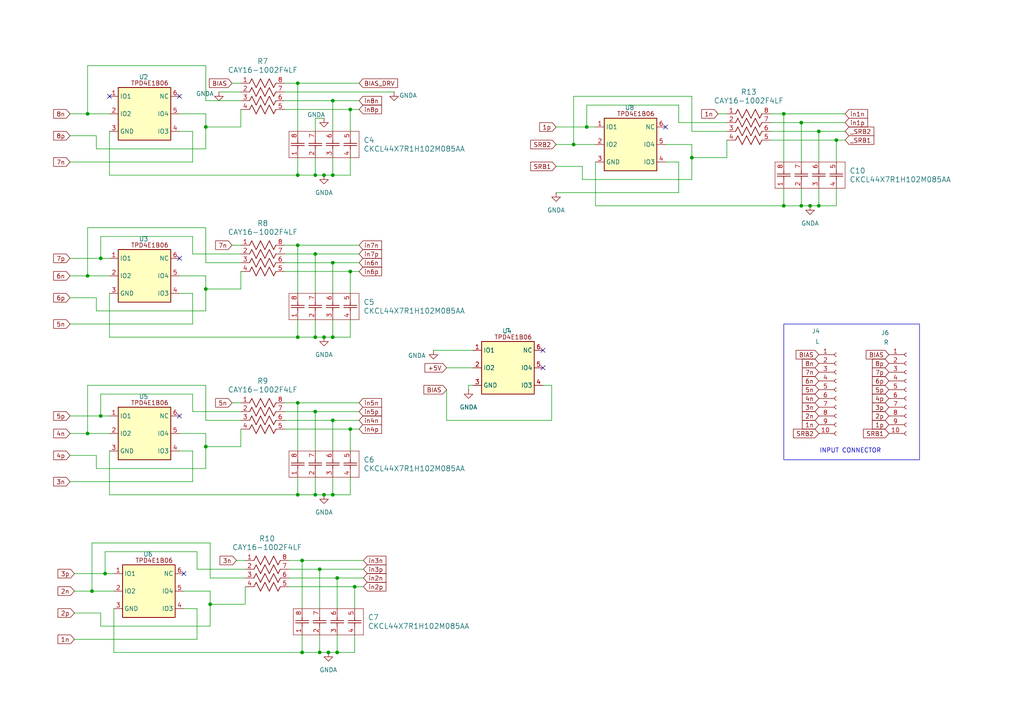
<source format=kicad_sch>
(kicad_sch (version 20231120) (generator "eeschema") (generator_version "8.0")
  (paper "A4")
  (lib_symbols
    (symbol "Added_Comp:TPD4E1B06" (pin_names (offset 0.5))
      (property "Reference" "U" (at 0 0 0))
      (symbol "TPD4E1B06_0_1"
        (rectangle (start -7.62 7.62) (end 7.62 -7.62) (stroke (width 0.254)) (fill (type background)))
      )
      (symbol "TPD4E1B06_1_1"
        (text "TPD4E1B06" (at 1.524 8.89 0) (effects (font (size 1.27 1.27))))
        (pin passive line (at -10.16 5.08 0) (length 2.54) (name "IO1") (number "1"))
        (pin passive line (at -10.16 0 0) (length 2.54) (name "IO2") (number "2"))
        (pin power_in line (at -10.16 -5.08 0) (length 2.54) (name "GND") (number "3"))
        (pin passive line (at 10.16 -5.08 180) (length 2.54) (name "IO3") (number "4"))
        (pin passive line (at 10.16 0 180) (length 2.54) (name "IO4") (number "5"))
        (pin free line (at 10.16 5.08 180) (length 2.54) (name "NC") (number "6"))
      )
    )
    (symbol "Connector:Conn_01x10_Socket" (pin_names (offset 1.016) hide)
      (property "Reference" "J" (at 0 12.7 0))
      (property "Value" "Conn_01x10_Socket" (at 0 -15.24 0))
      (symbol "Conn_01x10_Socket_1_1"
        (arc (start 0 -12.192) (mid -0.5058 -12.7) (end 0 -13.208) (stroke (width 0.1524)))
        (arc (start 0 -9.652) (mid -0.5058 -10.16) (end 0 -10.668) (stroke (width 0.1524)))
        (arc (start 0 -7.112) (mid -0.5058 -7.62) (end 0 -8.128) (stroke (width 0.1524)))
        (arc (start 0 -4.572) (mid -0.5058 -5.08) (end 0 -5.588) (stroke (width 0.1524)))
        (arc (start 0 -2.032) (mid -0.5058 -2.54) (end 0 -3.048) (stroke (width 0.1524)))
        (polyline (pts (xy -1.27 -12.7) (xy -0.508 -12.7)) (stroke (width 0.1524)))
        (polyline (pts (xy -1.27 -10.16) (xy -0.508 -10.16)) (stroke (width 0.1524)))
        (polyline (pts (xy -1.27 -7.62) (xy -0.508 -7.62)) (stroke (width 0.1524)))
        (polyline (pts (xy -1.27 -5.08) (xy -0.508 -5.08)) (stroke (width 0.1524)))
        (polyline (pts (xy -1.27 -2.54) (xy -0.508 -2.54)) (stroke (width 0.1524)))
        (polyline (pts (xy -1.27 0) (xy -0.508 0)) (stroke (width 0.1524)))
        (polyline (pts (xy -1.27 2.54) (xy -0.508 2.54)) (stroke (width 0.1524)))
        (polyline (pts (xy -1.27 5.08) (xy -0.508 5.08)) (stroke (width 0.1524)))
        (polyline (pts (xy -1.27 7.62) (xy -0.508 7.62)) (stroke (width 0.1524)))
        (polyline (pts (xy -1.27 10.16) (xy -0.508 10.16)) (stroke (width 0.1524)))
        (arc (start 0 0.508) (mid -0.5058 0) (end 0 -0.508) (stroke (width 0.1524)))
        (arc (start 0 3.048) (mid -0.5058 2.54) (end 0 2.032) (stroke (width 0.1524)))
        (arc (start 0 5.588) (mid -0.5058 5.08) (end 0 4.572) (stroke (width 0.1524)))
        (arc (start 0 8.128) (mid -0.5058 7.62) (end 0 7.112) (stroke (width 0.1524)))
        (arc (start 0 10.668) (mid -0.5058 10.16) (end 0 9.652) (stroke (width 0.1524)))
        (pin passive line (at -5.08 10.16 0) (length 3.81) (name "Pin_1") (number "1"))
        (pin passive line (at -5.08 -12.7 0) (length 3.81) (name "Pin_10") (number "10"))
        (pin passive line (at -5.08 7.62 0) (length 3.81) (name "Pin_2") (number "2"))
        (pin passive line (at -5.08 5.08 0) (length 3.81) (name "Pin_3") (number "3"))
        (pin passive line (at -5.08 2.54 0) (length 3.81) (name "Pin_4") (number "4"))
        (pin passive line (at -5.08 0 0) (length 3.81) (name "Pin_5") (number "5"))
        (pin passive line (at -5.08 -2.54 0) (length 3.81) (name "Pin_6") (number "6"))
        (pin passive line (at -5.08 -5.08 0) (length 3.81) (name "Pin_7") (number "7"))
        (pin passive line (at -5.08 -7.62 0) (length 3.81) (name "Pin_8") (number "8"))
        (pin passive line (at -5.08 -10.16 0) (length 3.81) (name "Pin_9") (number "9"))
      )
    )
    (symbol "Device:CAY16-1002F4LF" (pin_names (offset 0.254))
      (property "Reference" "R" (at 7.62 2.54 0))
      (property "Value" "CAY16-1002F4LF" (at 5.08 -10.16 0))
      (symbol "CAY16-1002F4LF_0_1"
        (polyline (pts (xy 2.54 -7.62) (xy 3.175 -6.35)) (stroke (width 0.2032)))
        (polyline (pts (xy 2.54 -5.08) (xy 3.175 -3.81)) (stroke (width 0.2032)))
        (polyline (pts (xy 2.54 -2.54) (xy 3.175 -1.27)) (stroke (width 0.2032)))
        (polyline (pts (xy 2.54 0) (xy 3.175 1.27)) (stroke (width 0.2032)))
        (polyline (pts (xy 3.175 -6.35) (xy 4.445 -8.89)) (stroke (width 0.2032)))
        (polyline (pts (xy 3.175 -3.81) (xy 4.445 -6.35)) (stroke (width 0.2032)))
        (polyline (pts (xy 3.175 -1.27) (xy 4.445 -3.81)) (stroke (width 0.2032)))
        (polyline (pts (xy 3.175 1.27) (xy 4.445 -1.27)) (stroke (width 0.2032)))
        (polyline (pts (xy 4.445 -8.89) (xy 5.715 -6.35)) (stroke (width 0.2032)))
        (polyline (pts (xy 4.445 -6.35) (xy 5.715 -3.81)) (stroke (width 0.2032)))
        (polyline (pts (xy 4.445 -3.81) (xy 5.715 -1.27)) (stroke (width 0.2032)))
        (polyline (pts (xy 4.445 -1.27) (xy 5.715 1.27)) (stroke (width 0.2032)))
        (polyline (pts (xy 5.715 -6.35) (xy 6.985 -8.89)) (stroke (width 0.2032)))
        (polyline (pts (xy 5.715 -3.81) (xy 6.985 -6.35)) (stroke (width 0.2032)))
        (polyline (pts (xy 5.715 -1.27) (xy 6.985 -3.81)) (stroke (width 0.2032)))
        (polyline (pts (xy 5.715 1.27) (xy 6.985 -1.27)) (stroke (width 0.2032)))
        (polyline (pts (xy 6.985 -8.89) (xy 8.255 -6.35)) (stroke (width 0.2032)))
        (polyline (pts (xy 6.985 -6.35) (xy 8.255 -3.81)) (stroke (width 0.2032)))
        (polyline (pts (xy 6.985 -3.81) (xy 8.255 -1.27)) (stroke (width 0.2032)))
        (polyline (pts (xy 6.985 -1.27) (xy 8.255 1.27)) (stroke (width 0.2032)))
        (polyline (pts (xy 8.255 -6.35) (xy 9.525 -8.89)) (stroke (width 0.2032)))
        (polyline (pts (xy 8.255 -3.81) (xy 9.525 -6.35)) (stroke (width 0.2032)))
        (polyline (pts (xy 8.255 -1.27) (xy 9.525 -3.81)) (stroke (width 0.2032)))
        (polyline (pts (xy 8.255 1.27) (xy 9.525 -1.27)) (stroke (width 0.2032)))
        (polyline (pts (xy 9.525 -8.89) (xy 10.16 -7.62)) (stroke (width 0.2032)))
        (polyline (pts (xy 9.525 -6.35) (xy 10.16 -5.08)) (stroke (width 0.2032)))
        (polyline (pts (xy 9.525 -3.81) (xy 10.16 -2.54)) (stroke (width 0.2032)))
        (polyline (pts (xy 9.525 -1.27) (xy 10.16 0)) (stroke (width 0.2032)))
        (pin unspecified line (at 0 0 0) (length 2.54) (name "") (number "1"))
        (pin unspecified line (at 0 -2.54 0) (length 2.54) (name "") (number "2"))
        (pin unspecified line (at 0 -5.08 0) (length 2.54) (name "") (number "3"))
        (pin unspecified line (at 0 -7.62 0) (length 2.54) (name "") (number "4"))
        (pin unspecified line (at 12.7 -7.62 180) (length 2.54) (name "") (number "5"))
        (pin unspecified line (at 12.7 -5.08 180) (length 2.54) (name "") (number "6"))
        (pin unspecified line (at 12.7 -2.54 180) (length 2.54) (name "") (number "7"))
        (pin unspecified line (at 12.7 0 180) (length 2.54) (name "") (number "8"))
      )
    )
    (symbol "Device:CKCL44X7R1H102M085AA" (pin_names (offset 0.254))
      (property "Reference" "C" (at -7.62 10.16 0))
      (property "Value" "CKCL44X7R1H102M085AA" (at -7.62 6.985 0))
      (symbol "CKCL44X7R1H102M085AA_0_1"
        (polyline (pts (xy -2.54 -7.62) (xy -2.54 0)) (stroke (width 0.127)))
        (polyline (pts (xy -2.54 0) (xy 17.78 0)) (stroke (width 0.127)))
        (polyline (pts (xy 0 -4.1148) (xy 0 -5.08)) (stroke (width 0.2032)))
        (polyline (pts (xy 0 -2.54) (xy 0 -3.4798)) (stroke (width 0.2032)))
        (polyline (pts (xy 1.905 -4.1148) (xy -1.905 -4.1148)) (stroke (width 0.2032)))
        (polyline (pts (xy 1.905 -3.4798) (xy -1.905 -3.4798)) (stroke (width 0.2032)))
        (polyline (pts (xy 5.08 -4.1148) (xy 5.08 -5.08)) (stroke (width 0.2032)))
        (polyline (pts (xy 5.08 -2.54) (xy 5.08 -3.4798)) (stroke (width 0.2032)))
        (polyline (pts (xy 6.985 -4.1148) (xy 3.175 -4.1148)) (stroke (width 0.2032)))
        (polyline (pts (xy 6.985 -3.4798) (xy 3.175 -3.4798)) (stroke (width 0.2032)))
        (polyline (pts (xy 10.16 -4.1148) (xy 10.16 -5.08)) (stroke (width 0.2032)))
        (polyline (pts (xy 10.16 -2.54) (xy 10.16 -3.4798)) (stroke (width 0.2032)))
        (polyline (pts (xy 12.065 -4.1148) (xy 8.255 -4.1148)) (stroke (width 0.2032)))
        (polyline (pts (xy 12.065 -3.4798) (xy 8.255 -3.4798)) (stroke (width 0.2032)))
        (polyline (pts (xy 15.24 -4.1148) (xy 15.24 -5.08)) (stroke (width 0.2032)))
        (polyline (pts (xy 15.24 -2.54) (xy 15.24 -3.4798)) (stroke (width 0.2032)))
        (polyline (pts (xy 17.145 -4.1148) (xy 13.335 -4.1148)) (stroke (width 0.2032)))
        (polyline (pts (xy 17.145 -3.4798) (xy 13.335 -3.4798)) (stroke (width 0.2032)))
        (polyline (pts (xy 17.78 -7.62) (xy -2.54 -7.62)) (stroke (width 0.127)))
        (polyline (pts (xy 17.78 -7.62) (xy 17.78 0)) (stroke (width 0.127)))
        (pin unspecified line (at 0 -7.62 90) (length 2.54) (name "") (number "1"))
        (pin unspecified line (at 5.08 -7.62 90) (length 2.54) (name "") (number "2"))
        (pin unspecified line (at 10.16 -7.62 90) (length 2.54) (name "") (number "3"))
        (pin unspecified line (at 15.24 -7.62 90) (length 2.54) (name "") (number "4"))
        (pin unspecified line (at 15.24 0 270) (length 2.54) (name "") (number "5"))
        (pin unspecified line (at 10.16 0 270) (length 2.54) (name "") (number "6"))
        (pin unspecified line (at 5.08 0 270) (length 2.54) (name "") (number "7"))
        (pin unspecified line (at 0 0 270) (length 2.54) (name "") (number "8"))
      )
    )
    (symbol "power:GNDA" (power) (pin_numbers hide) (pin_names (offset 0) hide)
      (property "Value" "GNDA" (at 0 -3.81 0))
      (symbol "GNDA_0_1"
        (polyline (pts (xy 0 0) (xy 0 -1.27) (xy 1.27 -1.27) (xy 0 -2.54) (xy -1.27 -1.27) (xy 0 -1.27)))
      )
      (symbol "GNDA_1_1"
        (pin power_in line (at 0 0 270) (length 0) (name "~") (number "1"))
      )
    )
  )
  (junction (at 97.79 167.64))
  (junction (at 97.79 189.23))
  (junction (at 96.52 121.92))
  (junction (at 86.36 24.13))
  (junction (at 87.63 162.56))
  (junction (at 92.71 165.1))
  (junction (at 59.69 36.83))
  (junction (at 87.63 189.23))
  (junction (at 30.48 166.37))
  (junction (at 86.36 50.8))
  (junction (at 237.49 59.69))
  (junction (at 200.66 45.72))
  (junction (at 25.4 80.01))
  (junction (at 25.4 125.73))
  (junction (at 92.71 189.23))
  (junction (at 101.6 31.75))
  (junction (at 242.57 40.64))
  (junction (at 93.98 50.8))
  (junction (at 96.52 97.79))
  (junction (at 93.98 143.51))
  (junction (at 102.87 170.18))
  (junction (at 86.36 143.51))
  (junction (at 101.6 78.74))
  (junction (at 91.44 50.8))
  (junction (at 91.44 143.51))
  (junction (at 93.98 97.79))
  (junction (at 237.49 38.1))
  (junction (at 86.36 71.12))
  (junction (at 25.4 33.02))
  (junction (at 232.41 59.69))
  (junction (at 96.52 76.2))
  (junction (at 86.36 97.79))
  (junction (at 59.69 83.82))
  (junction (at 101.6 124.46))
  (junction (at 166.37 41.91))
  (junction (at 91.44 73.66))
  (junction (at 96.52 50.8))
  (junction (at 26.67 171.45))
  (junction (at 91.44 97.79))
  (junction (at 95.25 189.23))
  (junction (at 227.33 59.69))
  (junction (at 59.69 129.54))
  (junction (at 232.41 35.56))
  (junction (at 91.44 119.38))
  (junction (at 170.18 36.83))
  (junction (at 60.96 175.26))
  (junction (at 29.21 120.65))
  (junction (at 29.21 74.93))
  (junction (at 96.52 29.21))
  (junction (at 227.33 33.02))
  (junction (at 234.95 59.69))
  (junction (at 96.52 143.51))
  (junction (at 86.36 116.84))
  (no_connect (at 53.34 166.37))
  (no_connect (at 157.48 101.6))
  (no_connect (at 31.75 27.94))
  (no_connect (at 52.07 27.94))
  (no_connect (at 157.48 106.68))
  (no_connect (at 52.07 74.93))
  (no_connect (at 52.07 120.65))
  (no_connect (at 193.04 36.83))
  (wire (pts (xy 96.52 50.8) (xy 93.98 50.8)))
  (wire (pts (xy 101.6 130.81) (xy 101.6 124.46)))
  (wire (pts (xy 30.48 160.02) (xy 57.15 160.02)))
  (wire (pts (xy 114.3 26.67) (xy 82.55 26.67)))
  (wire (pts (xy 237.49 54.61) (xy 237.49 59.69)))
  (wire (pts (xy 21.59 177.8) (xy 29.21 177.8)))
  (wire (pts (xy 86.36 92.71) (xy 86.36 97.79)))
  (wire (pts (xy 86.36 116.84) (xy 104.14 116.84)))
  (wire (pts (xy 101.6 78.74) (xy 104.14 78.74)))
  (wire (pts (xy 27.94 135.89) (xy 59.69 135.89)))
  (wire (pts (xy 31.75 120.65) (xy 29.21 120.65)))
  (wire (pts (xy 59.69 129.54) (xy 59.69 125.73)))
  (wire (pts (xy 20.32 86.36) (xy 27.94 86.36)))
  (wire (pts (xy 91.44 97.79) (xy 93.98 97.79)))
  (wire (pts (xy 31.75 97.79) (xy 86.36 97.79)))
  (wire (pts (xy 27.94 43.18) (xy 59.69 43.18)))
  (wire (pts (xy 29.21 181.61) (xy 60.96 181.61)))
  (wire (pts (xy 104.14 76.2) (xy 96.52 76.2)))
  (wire (pts (xy 237.49 46.99) (xy 237.49 38.1)))
  (wire (pts (xy 31.75 143.51) (xy 86.36 143.51)))
  (wire (pts (xy 168.91 48.26) (xy 168.91 52.07)))
  (wire (pts (xy 245.11 38.1) (xy 237.49 38.1)))
  (wire (pts (xy 87.63 162.56) (xy 105.41 162.56)))
  (wire (pts (xy 96.52 130.81) (xy 96.52 121.92)))
  (wire (pts (xy 101.6 85.09) (xy 101.6 78.74)))
  (wire (pts (xy 69.85 83.82) (xy 59.69 83.82)))
  (wire (pts (xy 196.85 30.48) (xy 196.85 35.56)))
  (wire (pts (xy 59.69 36.83) (xy 59.69 33.02)))
  (wire (pts (xy 20.32 139.7) (xy 55.88 139.7)))
  (wire (pts (xy 60.96 171.45) (xy 53.34 171.45)))
  (wire (pts (xy 97.79 176.53) (xy 97.79 167.64)))
  (wire (pts (xy 91.44 34.29) (xy 93.98 34.29)))
  (wire (pts (xy 86.36 143.51) (xy 91.44 143.51)))
  (wire (pts (xy 27.94 132.08) (xy 27.94 135.89)))
  (wire (pts (xy 59.69 125.73) (xy 52.07 125.73)))
  (wire (pts (xy 96.52 76.2) (xy 82.55 76.2)))
  (wire (pts (xy 86.36 38.1) (xy 86.36 24.13)))
  (wire (pts (xy 26.67 157.48) (xy 60.96 157.48)))
  (wire (pts (xy 172.72 46.99) (xy 172.72 59.69)))
  (wire (pts (xy 170.18 36.83) (xy 170.18 30.48)))
  (wire (pts (xy 59.69 83.82) (xy 59.69 80.01)))
  (wire (pts (xy 129.54 113.03) (xy 129.54 121.92)))
  (wire (pts (xy 69.85 78.74) (xy 69.85 83.82)))
  (wire (pts (xy 86.36 130.81) (xy 86.36 116.84)))
  (wire (pts (xy 20.32 132.08) (xy 27.94 132.08)))
  (wire (pts (xy 91.44 119.38) (xy 82.55 119.38)))
  (wire (pts (xy 87.63 184.15) (xy 87.63 189.23)))
  (wire (pts (xy 31.75 85.09) (xy 31.75 97.79)))
  (wire (pts (xy 172.72 36.83) (xy 170.18 36.83)))
  (wire (pts (xy 96.52 143.51) (xy 93.98 143.51)))
  (wire (pts (xy 208.28 33.02) (xy 210.82 33.02)))
  (wire (pts (xy 27.94 90.17) (xy 59.69 90.17)))
  (wire (pts (xy 104.14 121.92) (xy 96.52 121.92)))
  (wire (pts (xy 242.57 46.99) (xy 242.57 40.64)))
  (wire (pts (xy 71.12 170.18) (xy 71.12 175.26)))
  (wire (pts (xy 101.6 143.51) (xy 96.52 143.51)))
  (wire (pts (xy 86.36 50.8) (xy 91.44 50.8)))
  (wire (pts (xy 21.59 185.42) (xy 57.15 185.42)))
  (wire (pts (xy 91.44 130.81) (xy 91.44 119.38)))
  (wire (pts (xy 86.36 24.13) (xy 82.55 24.13)))
  (wire (pts (xy 97.79 184.15) (xy 97.79 189.23)))
  (wire (pts (xy 26.67 171.45) (xy 26.67 157.48)))
  (wire (pts (xy 59.69 90.17) (xy 59.69 83.82)))
  (wire (pts (xy 242.57 54.61) (xy 242.57 59.69)))
  (wire (pts (xy 59.69 80.01) (xy 52.07 80.01)))
  (wire (pts (xy 102.87 170.18) (xy 105.41 170.18)))
  (wire (pts (xy 129.54 121.92) (xy 160.02 121.92)))
  (wire (pts (xy 52.07 130.81) (xy 55.88 130.81)))
  (wire (pts (xy 69.85 36.83) (xy 59.69 36.83)))
  (wire (pts (xy 104.14 29.21) (xy 96.52 29.21)))
  (wire (pts (xy 59.69 121.92) (xy 69.85 121.92)))
  (wire (pts (xy 101.6 38.1) (xy 101.6 31.75)))
  (wire (pts (xy 232.41 54.61) (xy 232.41 59.69)))
  (wire (pts (xy 96.52 45.72) (xy 96.52 50.8)))
  (wire (pts (xy 227.33 54.61) (xy 227.33 59.69)))
  (wire (pts (xy 135.89 111.76) (xy 135.89 113.03)))
  (wire (pts (xy 96.52 121.92) (xy 82.55 121.92)))
  (wire (pts (xy 92.71 189.23) (xy 95.25 189.23)))
  (wire (pts (xy 59.69 111.76) (xy 59.69 121.92)))
  (wire (pts (xy 82.55 78.74) (xy 101.6 78.74)))
  (wire (pts (xy 237.49 38.1) (xy 223.52 38.1)))
  (wire (pts (xy 52.07 38.1) (xy 55.88 38.1)))
  (wire (pts (xy 200.66 38.1) (xy 210.82 38.1)))
  (wire (pts (xy 31.75 50.8) (xy 86.36 50.8)))
  (wire (pts (xy 68.58 162.56) (xy 71.12 162.56)))
  (wire (pts (xy 29.21 68.58) (xy 55.88 68.58)))
  (wire (pts (xy 29.21 74.93) (xy 29.21 68.58)))
  (wire (pts (xy 20.32 39.37) (xy 27.94 39.37)))
  (wire (pts (xy 96.52 38.1) (xy 96.52 29.21)))
  (wire (pts (xy 91.44 143.51) (xy 93.98 143.51)))
  (wire (pts (xy 210.82 40.64) (xy 210.82 45.72)))
  (wire (pts (xy 21.59 171.45) (xy 26.67 171.45)))
  (wire (pts (xy 25.4 80.01) (xy 31.75 80.01)))
  (wire (pts (xy 227.33 59.69) (xy 232.41 59.69)))
  (wire (pts (xy 30.48 166.37) (xy 21.59 166.37)))
  (wire (pts (xy 31.75 74.93) (xy 29.21 74.93)))
  (wire (pts (xy 227.33 33.02) (xy 223.52 33.02)))
  (wire (pts (xy 91.44 73.66) (xy 104.14 73.66)))
  (wire (pts (xy 170.18 30.48) (xy 196.85 30.48)))
  (wire (pts (xy 82.55 31.75) (xy 101.6 31.75)))
  (wire (pts (xy 161.29 48.26) (xy 168.91 48.26)))
  (wire (pts (xy 97.79 189.23) (xy 95.25 189.23)))
  (wire (pts (xy 25.4 125.73) (xy 25.4 111.76)))
  (wire (pts (xy 200.66 45.72) (xy 200.66 41.91)))
  (wire (pts (xy 168.91 52.07) (xy 200.66 52.07)))
  (wire (pts (xy 161.29 41.91) (xy 166.37 41.91)))
  (wire (pts (xy 55.88 85.09) (xy 55.88 93.98)))
  (wire (pts (xy 172.72 59.69) (xy 227.33 59.69)))
  (wire (pts (xy 87.63 176.53) (xy 87.63 162.56)))
  (wire (pts (xy 96.52 92.71) (xy 96.52 97.79)))
  (wire (pts (xy 96.52 138.43) (xy 96.52 143.51)))
  (wire (pts (xy 161.29 55.88) (xy 196.85 55.88)))
  (wire (pts (xy 200.66 27.94) (xy 200.66 38.1)))
  (wire (pts (xy 87.63 189.23) (xy 92.71 189.23)))
  (wire (pts (xy 60.96 167.64) (xy 71.12 167.64)))
  (wire (pts (xy 87.63 162.56) (xy 83.82 162.56)))
  (wire (pts (xy 86.36 138.43) (xy 86.36 143.51)))
  (wire (pts (xy 91.44 73.66) (xy 82.55 73.66)))
  (wire (pts (xy 86.36 85.09) (xy 86.36 71.12)))
  (wire (pts (xy 101.6 124.46) (xy 104.14 124.46)))
  (wire (pts (xy 69.85 31.75) (xy 69.85 36.83)))
  (wire (pts (xy 92.71 184.15) (xy 92.71 189.23)))
  (wire (pts (xy 92.71 165.1) (xy 105.41 165.1)))
  (wire (pts (xy 91.44 50.8) (xy 93.98 50.8)))
  (wire (pts (xy 102.87 189.23) (xy 97.79 189.23)))
  (wire (pts (xy 55.88 68.58) (xy 55.88 73.66)))
  (wire (pts (xy 129.54 106.68) (xy 137.16 106.68)))
  (wire (pts (xy 20.32 33.02) (xy 25.4 33.02)))
  (wire (pts (xy 25.4 33.02) (xy 25.4 19.05)))
  (wire (pts (xy 227.33 33.02) (xy 245.11 33.02)))
  (wire (pts (xy 29.21 74.93) (xy 20.32 74.93)))
  (wire (pts (xy 25.4 66.04) (xy 59.69 66.04)))
  (wire (pts (xy 91.44 92.71) (xy 91.44 97.79)))
  (wire (pts (xy 223.52 40.64) (xy 242.57 40.64)))
  (wire (pts (xy 53.34 176.53) (xy 57.15 176.53)))
  (wire (pts (xy 242.57 40.64) (xy 245.11 40.64)))
  (wire (pts (xy 86.36 71.12) (xy 104.14 71.12)))
  (wire (pts (xy 91.44 85.09) (xy 91.44 73.66)))
  (wire (pts (xy 59.69 29.21) (xy 69.85 29.21)))
  (wire (pts (xy 57.15 165.1) (xy 71.12 165.1)))
  (wire (pts (xy 52.07 85.09) (xy 55.88 85.09)))
  (wire (pts (xy 91.44 38.1) (xy 91.44 34.29)))
  (wire (pts (xy 97.79 167.64) (xy 83.82 167.64)))
  (wire (pts (xy 57.15 160.02) (xy 57.15 165.1)))
  (wire (pts (xy 166.37 41.91) (xy 166.37 27.94)))
  (wire (pts (xy 25.4 111.76) (xy 59.69 111.76)))
  (wire (pts (xy 25.4 125.73) (xy 31.75 125.73)))
  (wire (pts (xy 196.85 35.56) (xy 210.82 35.56)))
  (wire (pts (xy 63.5 26.67) (xy 69.85 26.67)))
  (wire (pts (xy 101.6 92.71) (xy 101.6 97.79)))
  (wire (pts (xy 33.02 176.53) (xy 33.02 189.23)))
  (wire (pts (xy 200.66 41.91) (xy 193.04 41.91)))
  (wire (pts (xy 232.41 46.99) (xy 232.41 35.56)))
  (wire (pts (xy 101.6 50.8) (xy 96.52 50.8)))
  (wire (pts (xy 25.4 80.01) (xy 25.4 66.04)))
  (wire (pts (xy 57.15 176.53) (xy 57.15 185.42)))
  (wire (pts (xy 59.69 43.18) (xy 59.69 36.83)))
  (wire (pts (xy 102.87 176.53) (xy 102.87 170.18)))
  (wire (pts (xy 102.87 184.15) (xy 102.87 189.23)))
  (wire (pts (xy 25.4 19.05) (xy 59.69 19.05)))
  (wire (pts (xy 101.6 97.79) (xy 96.52 97.79)))
  (wire (pts (xy 71.12 175.26) (xy 60.96 175.26)))
  (wire (pts (xy 59.69 19.05) (xy 59.69 29.21)))
  (wire (pts (xy 92.71 165.1) (xy 83.82 165.1)))
  (wire (pts (xy 33.02 189.23) (xy 87.63 189.23)))
  (wire (pts (xy 86.36 71.12) (xy 82.55 71.12)))
  (wire (pts (xy 55.88 38.1) (xy 55.88 46.99)))
  (wire (pts (xy 55.88 73.66) (xy 69.85 73.66)))
  (wire (pts (xy 105.41 167.64) (xy 97.79 167.64)))
  (wire (pts (xy 196.85 46.99) (xy 196.85 55.88)))
  (wire (pts (xy 26.67 171.45) (xy 33.02 171.45)))
  (wire (pts (xy 91.44 45.72) (xy 91.44 50.8)))
  (wire (pts (xy 59.69 66.04) (xy 59.69 76.2)))
  (wire (pts (xy 67.31 24.13) (xy 69.85 24.13)))
  (wire (pts (xy 101.6 31.75) (xy 104.14 31.75)))
  (wire (pts (xy 137.16 111.76) (xy 135.89 111.76)))
  (wire (pts (xy 242.57 59.69) (xy 237.49 59.69)))
  (wire (pts (xy 67.31 71.12) (xy 69.85 71.12)))
  (wire (pts (xy 29.21 120.65) (xy 20.32 120.65)))
  (wire (pts (xy 30.48 166.37) (xy 30.48 160.02)))
  (wire (pts (xy 86.36 97.79) (xy 91.44 97.79)))
  (wire (pts (xy 232.41 59.69) (xy 234.95 59.69)))
  (wire (pts (xy 101.6 45.72) (xy 101.6 50.8)))
  (wire (pts (xy 55.88 114.3) (xy 55.88 119.38)))
  (wire (pts (xy 20.32 125.73) (xy 25.4 125.73)))
  (wire (pts (xy 29.21 114.3) (xy 55.88 114.3)))
  (wire (pts (xy 210.82 45.72) (xy 200.66 45.72)))
  (wire (pts (xy 60.96 181.61) (xy 60.96 175.26)))
  (wire (pts (xy 67.31 116.84) (xy 69.85 116.84)))
  (wire (pts (xy 29.21 120.65) (xy 29.21 114.3)))
  (wire (pts (xy 92.71 176.53) (xy 92.71 165.1)))
  (wire (pts (xy 125.73 101.6) (xy 137.16 101.6)))
  (wire (pts (xy 96.52 97.79) (xy 93.98 97.79)))
  (wire (pts (xy 96.52 85.09) (xy 96.52 76.2)))
  (wire (pts (xy 55.88 130.81) (xy 55.88 139.7)))
  (wire (pts (xy 59.69 135.89) (xy 59.69 129.54)))
  (wire (pts (xy 20.32 93.98) (xy 55.88 93.98)))
  (wire (pts (xy 232.41 35.56) (xy 223.52 35.56)))
  (wire (pts (xy 200.66 52.07) (xy 200.66 45.72)))
  (wire (pts (xy 69.85 124.46) (xy 69.85 129.54)))
  (wire (pts (xy 60.96 157.48) (xy 60.96 167.64)))
  (wire (pts (xy 31.75 130.81) (xy 31.75 143.51)))
  (wire (pts (xy 237.49 59.69) (xy 234.95 59.69)))
  (wire (pts (xy 59.69 76.2) (xy 69.85 76.2)))
  (wire (pts (xy 69.85 129.54) (xy 59.69 129.54)))
  (wire (pts (xy 166.37 41.91) (xy 172.72 41.91)))
  (wire (pts (xy 27.94 39.37) (xy 27.94 43.18)))
  (wire (pts (xy 160.02 111.76) (xy 157.48 111.76)))
  (wire (pts (xy 86.36 45.72) (xy 86.36 50.8)))
  (wire (pts (xy 232.41 35.56) (xy 245.11 35.56)))
  (wire (pts (xy 31.75 38.1) (xy 31.75 50.8)))
  (wire (pts (xy 82.55 124.46) (xy 101.6 124.46)))
  (wire (pts (xy 83.82 170.18) (xy 102.87 170.18)))
  (wire (pts (xy 20.32 46.99) (xy 55.88 46.99)))
  (wire (pts (xy 86.36 116.84) (xy 82.55 116.84)))
  (wire (pts (xy 166.37 27.94) (xy 200.66 27.94)))
  (wire (pts (xy 25.4 33.02) (xy 31.75 33.02)))
  (wire (pts (xy 60.96 175.26) (xy 60.96 171.45)))
  (wire (pts (xy 101.6 138.43) (xy 101.6 143.51)))
  (wire (pts (xy 227.33 46.99) (xy 227.33 33.02)))
  (wire (pts (xy 104.14 24.13) (xy 86.36 24.13)))
  (wire (pts (xy 96.52 29.21) (xy 82.55 29.21)))
  (wire (pts (xy 193.04 46.99) (xy 196.85 46.99)))
  (wire (pts (xy 170.18 36.83) (xy 161.29 36.83)))
  (wire (pts (xy 59.69 33.02) (xy 52.07 33.02)))
  (wire (pts (xy 20.32 80.01) (xy 25.4 80.01)))
  (wire (pts (xy 91.44 138.43) (xy 91.44 143.51)))
  (wire (pts (xy 27.94 86.36) (xy 27.94 90.17)))
  (wire (pts (xy 33.02 166.37) (xy 30.48 166.37)))
  (wire (pts (xy 91.44 119.38) (xy 104.14 119.38)))
  (wire (pts (xy 160.02 121.92) (xy 160.02 111.76)))
  (wire (pts (xy 29.21 177.8) (xy 29.21 181.61)))
  (wire (pts (xy 55.88 119.38) (xy 69.85 119.38)))
  (rectangle (start 227.33 93.98) (end 266.7 133.35))
  (text "INPUT CONNECTOR" (at 246.634 130.81 0) (effects (font (size 1.27 1.27))))
  (global_label "in1n" (shape input) (at 245.11 33.02 0) (property "Intersheetrefs" "${INTERSHEET_REFS}" (effects (hide yes))))
  (global_label "3n" (shape input) (at 68.58 162.56 180) (property "Intersheetrefs" "${INTERSHEET_REFS}" (effects (hide yes))))
  (global_label "_SRB1" (shape input) (at 245.11 40.64 0) (property "Intersheetrefs" "${INTERSHEET_REFS}" (effects (hide yes))))
  (global_label "in4n" (shape input) (at 104.14 121.92 0) (property "Intersheetrefs" "${INTERSHEET_REFS}" (effects (hide yes))))
  (global_label "7n" (shape input) (at 20.32 46.99 180) (property "Intersheetrefs" "${INTERSHEET_REFS}" (effects (hide yes))))
  (global_label "5n" (shape input) (at 67.31 116.84 180) (property "Intersheetrefs" "${INTERSHEET_REFS}" (effects (hide yes))))
  (global_label "4p" (shape input) (at 257.81 115.57 180) (property "Intersheetrefs" "${INTERSHEET_REFS}" (effects (hide yes))))
  (global_label "1p" (shape input) (at 257.81 123.19 180) (property "Intersheetrefs" "${INTERSHEET_REFS}" (effects (hide yes))))
  (global_label "in5p" (shape input) (at 104.14 119.38 0) (property "Intersheetrefs" "${INTERSHEET_REFS}" (effects (hide yes))))
  (global_label "6p" (shape input) (at 257.81 110.49 180) (property "Intersheetrefs" "${INTERSHEET_REFS}" (effects (hide yes))))
  (global_label "7n" (shape input) (at 67.31 71.12 180) (property "Intersheetrefs" "${INTERSHEET_REFS}" (effects (hide yes))))
  (global_label "BIAS_DRV" (shape input) (at 104.14 24.13 0) (property "Intersheetrefs" "${INTERSHEET_REFS}" (effects (hide yes))))
  (global_label "4n" (shape input) (at 237.49 115.57 180) (property "Intersheetrefs" "${INTERSHEET_REFS}" (effects (hide yes))))
  (global_label "2n" (shape input) (at 21.59 171.45 180) (property "Intersheetrefs" "${INTERSHEET_REFS}" (effects (hide yes))))
  (global_label "in3p" (shape input) (at 105.41 165.1 0) (property "Intersheetrefs" "${INTERSHEET_REFS}" (effects (hide yes))))
  (global_label "4p" (shape input) (at 20.32 132.08 180) (property "Intersheetrefs" "${INTERSHEET_REFS}" (effects (hide yes))))
  (global_label "SRB1" (shape input) (at 257.81 125.73 180) (property "Intersheetrefs" "${INTERSHEET_REFS}" (effects (hide yes))))
  (global_label "BIAS" (shape input) (at 67.31 24.13 180) (property "Intersheetrefs" "${INTERSHEET_REFS}" (effects (hide yes))))
  (global_label "5p" (shape input) (at 257.81 113.03 180) (property "Intersheetrefs" "${INTERSHEET_REFS}" (effects (hide yes))))
  (global_label "1n" (shape input) (at 208.28 33.02 180) (property "Intersheetrefs" "${INTERSHEET_REFS}" (effects (hide yes))))
  (global_label "1n" (shape input) (at 237.49 123.19 180) (property "Intersheetrefs" "${INTERSHEET_REFS}" (effects (hide yes))))
  (global_label "in6p" (shape input) (at 104.14 78.74 0) (property "Intersheetrefs" "${INTERSHEET_REFS}" (effects (hide yes))))
  (global_label "2p" (shape input) (at 21.59 177.8 180) (property "Intersheetrefs" "${INTERSHEET_REFS}" (effects (hide yes))))
  (global_label "6n" (shape input) (at 20.32 80.01 180) (property "Intersheetrefs" "${INTERSHEET_REFS}" (effects (hide yes))))
  (global_label "in8p" (shape input) (at 104.14 31.75 0) (property "Intersheetrefs" "${INTERSHEET_REFS}" (effects (hide yes))))
  (global_label "4n" (shape input) (at 20.32 125.73 180) (property "Intersheetrefs" "${INTERSHEET_REFS}" (effects (hide yes))))
  (global_label "5p" (shape input) (at 20.32 120.65 180) (property "Intersheetrefs" "${INTERSHEET_REFS}" (effects (hide yes))))
  (global_label "5n" (shape input) (at 237.49 113.03 180) (property "Intersheetrefs" "${INTERSHEET_REFS}" (effects (hide yes))))
  (global_label "BIAS" (shape input) (at 129.54 113.03 180) (property "Intersheetrefs" "${INTERSHEET_REFS}" (effects (hide yes))))
  (global_label "6n" (shape input) (at 237.49 110.49 180) (property "Intersheetrefs" "${INTERSHEET_REFS}" (effects (hide yes))))
  (global_label "_SRB2" (shape input) (at 245.11 38.1 0) (property "Intersheetrefs" "${INTERSHEET_REFS}" (effects (hide yes))))
  (global_label "in7p" (shape input) (at 104.14 73.66 0) (property "Intersheetrefs" "${INTERSHEET_REFS}" (effects (hide yes))))
  (global_label "5n" (shape input) (at 20.32 93.98 180) (property "Intersheetrefs" "${INTERSHEET_REFS}" (effects (hide yes))))
  (global_label "3p" (shape input) (at 21.59 166.37 180) (property "Intersheetrefs" "${INTERSHEET_REFS}" (effects (hide yes))))
  (global_label "SRB1" (shape input) (at 161.29 48.26 180) (property "Intersheetrefs" "${INTERSHEET_REFS}" (effects (hide yes))))
  (global_label "in1p" (shape input) (at 245.11 35.56 0) (property "Intersheetrefs" "${INTERSHEET_REFS}" (effects (hide yes))))
  (global_label "BIAS" (shape input) (at 257.81 102.87 180) (property "Intersheetrefs" "${INTERSHEET_REFS}" (effects (hide yes))))
  (global_label "3n" (shape input) (at 237.49 118.11 180) (property "Intersheetrefs" "${INTERSHEET_REFS}" (effects (hide yes))))
  (global_label "3p" (shape input) (at 257.81 118.11 180) (property "Intersheetrefs" "${INTERSHEET_REFS}" (effects (hide yes))))
  (global_label "in2p" (shape input) (at 105.41 170.18 0) (property "Intersheetrefs" "${INTERSHEET_REFS}" (effects (hide yes))))
  (global_label "+5V" (shape input) (at 129.54 106.68 180) (property "Intersheetrefs" "${INTERSHEET_REFS}" (effects (hide yes))))
  (global_label "in6n" (shape input) (at 104.14 76.2 0) (property "Intersheetrefs" "${INTERSHEET_REFS}" (effects (hide yes))))
  (global_label "1n" (shape input) (at 21.59 185.42 180) (property "Intersheetrefs" "${INTERSHEET_REFS}" (effects (hide yes))))
  (global_label "in5n" (shape input) (at 104.14 116.84 0) (property "Intersheetrefs" "${INTERSHEET_REFS}" (effects (hide yes))))
  (global_label "7p" (shape input) (at 20.32 74.93 180) (property "Intersheetrefs" "${INTERSHEET_REFS}" (effects (hide yes))))
  (global_label "in3n" (shape input) (at 105.41 162.56 0) (property "Intersheetrefs" "${INTERSHEET_REFS}" (effects (hide yes))))
  (global_label "1p" (shape input) (at 161.29 36.83 180) (property "Intersheetrefs" "${INTERSHEET_REFS}" (effects (hide yes))))
  (global_label "6p" (shape input) (at 20.32 86.36 180) (property "Intersheetrefs" "${INTERSHEET_REFS}" (effects (hide yes))))
  (global_label "in4p" (shape input) (at 104.14 124.46 0) (property "Intersheetrefs" "${INTERSHEET_REFS}" (effects (hide yes))))
  (global_label "8n" (shape input) (at 237.49 105.41 180) (property "Intersheetrefs" "${INTERSHEET_REFS}" (effects (hide yes))))
  (global_label "7p" (shape input) (at 257.81 107.95 180) (property "Intersheetrefs" "${INTERSHEET_REFS}" (effects (hide yes))))
  (global_label "in2n" (shape input) (at 105.41 167.64 0) (property "Intersheetrefs" "${INTERSHEET_REFS}" (effects (hide yes))))
  (global_label "7n" (shape input) (at 237.49 107.95 180) (property "Intersheetrefs" "${INTERSHEET_REFS}" (effects (hide yes))))
  (global_label "SRB2" (shape input) (at 161.29 41.91 180) (property "Intersheetrefs" "${INTERSHEET_REFS}" (effects (hide yes))))
  (global_label "SRB2" (shape input) (at 237.49 125.73 180) (property "Intersheetrefs" "${INTERSHEET_REFS}" (effects (hide yes))))
  (global_label "2n" (shape input) (at 237.49 120.65 180) (property "Intersheetrefs" "${INTERSHEET_REFS}" (effects (hide yes))))
  (global_label "in8n" (shape input) (at 104.14 29.21 0) (property "Intersheetrefs" "${INTERSHEET_REFS}" (effects (hide yes))))
  (global_label "in7n" (shape input) (at 104.14 71.12 0) (property "Intersheetrefs" "${INTERSHEET_REFS}" (effects (hide yes))))
  (global_label "BIAS" (shape input) (at 237.49 102.87 180) (property "Intersheetrefs" "${INTERSHEET_REFS}" (effects (hide yes))))
  (global_label "2p" (shape input) (at 257.81 120.65 180) (property "Intersheetrefs" "${INTERSHEET_REFS}" (effects (hide yes))))
  (global_label "8p" (shape input) (at 257.81 105.41 180) (property "Intersheetrefs" "${INTERSHEET_REFS}" (effects (hide yes))))
  (global_label "3n" (shape input) (at 20.32 139.7 180) (property "Intersheetrefs" "${INTERSHEET_REFS}" (effects (hide yes))))
  (global_label "8p" (shape input) (at 20.32 39.37 180) (property "Intersheetrefs" "${INTERSHEET_REFS}" (effects (hide yes))))
  (global_label "8n" (shape input) (at 20.32 33.02 180) (property "Intersheetrefs" "${INTERSHEET_REFS}" (effects (hide yes))))
  (symbol (lib_id "Device:CKCL44X7R1H102M085AA") (at 86.36 38.1 0) (unit 1)
    (property "Reference" "C4" (at 105.41 40.6399 0) (effects (font (size 1.524 1.524)) (justify left)))
    (property "Value" "CKCL44X7R1H102M085AA" (at 105.41 43.1799 0) (effects (font (size 1.524 1.524)) (justify left)))
    (property "Footprint" "CKCL44_TDK" (effects (hide yes)))
    (property "Datasheet" "CKCL44X7R1H102M085AA" (effects (hide yes)))
  )
  (symbol (lib_id "power:GNDA") (at 93.98 97.79 0) (unit 1)
    (property "Reference" "#PWR043" (effects (hide yes)))
    (property "Value" "GNDA" (at 93.98 102.87 0))
    (property "Description" "Power symbol creates a global label with name \"GNDA\" , analog ground" (effects (hide yes)))
  )
  (symbol (lib_id "power:GNDA") (at 234.95 59.69 0) (unit 1)
    (property "Reference" "#PWR047" (effects (hide yes)))
    (property "Value" "GNDA" (at 234.95 64.77 0))
    (property "Description" "Power symbol creates a global label with name \"GNDA\" , analog ground" (effects (hide yes)))
  )
  (symbol (lib_id "Device:CAY16-1002F4LF") (at 69.85 71.12 0) (unit 1)
    (property "Reference" "R8" (at 76.2 64.77 0) (effects (font (size 1.524 1.524))))
    (property "Value" "CAY16-1002F4LF" (at 76.2 67.31 0) (effects (font (size 1.524 1.524))))
    (property "Footprint" "RF:BO_CAY16" (effects (hide yes)))
    (property "Datasheet" "CAY16-1002F4LF" (effects (hide yes)))
  )
  (symbol (lib_id "Added_Comp:TPD4E1B06") (at 147.32 106.68 0) (unit 1)
    (property "Reference" "U4" (at 147.066 96.012 0))
    (property "Value" "~" (at 147.32 95.25 0))
    (property "Footprint" "Package_TO_SOT_SMD:SOT-363_SC-70-6" (effects (hide yes)))
    (property "Datasheet" "https://www.ti.com/lit/ds/symlink/tpd4e1b06.pdf?ts=1739551777927&ref_url=https%253A%252F%252Fwww.mouser.com%252F" (effects (hide yes)))
    (property "Description" "TPD4E1B06 4-Channel Ultra Low Leakage ESD Protection Device" (effects (hide yes)))
  )
  (symbol (lib_id "Device:CAY16-1002F4LF") (at 71.12 162.56 0) (unit 1)
    (property "Reference" "R10" (at 77.47 156.21 0) (effects (font (size 1.524 1.524))))
    (property "Value" "CAY16-1002F4LF" (at 77.47 158.75 0) (effects (font (size 1.524 1.524))))
    (property "Footprint" "RF:BO_CAY16" (effects (hide yes)))
    (property "Datasheet" "CAY16-1002F4LF" (effects (hide yes)))
  )
  (symbol (lib_id "Connector:Conn_01x10_Socket") (at 242.57 113.03 0) (unit 1)
    (property "Reference" "J4" (at 235.458 96.012 0) (effects (justify left)))
    (property "Value" "L" (at 236.474 99.06 0) (effects (justify left)))
    (property "Footprint" "Connector_PinSocket_2.54mm:PinSocket_1x10_P2.54mm_Vertical" (effects (hide yes)))
    (property "Description" "Generic connector, single row, 01x10, script generated" (effects (hide yes)))
  )
  (symbol (lib_id "Device:CAY16-1002F4LF") (at 69.85 116.84 0) (unit 1)
    (property "Reference" "R9" (at 76.2 110.49 0) (effects (font (size 1.524 1.524))))
    (property "Value" "CAY16-1002F4LF" (at 76.2 113.03 0) (effects (font (size 1.524 1.524))))
    (property "Footprint" "RF:BO_CAY16" (effects (hide yes)))
    (property "Datasheet" "CAY16-1002F4LF" (effects (hide yes)))
  )
  (symbol (lib_id "power:GNDA") (at 93.98 34.29 0) (unit 1)
    (property "Reference" "#PWR039" (effects (hide yes)))
    (property "Value" "GNDA" (at 91.694 33.274 0))
    (property "Description" "Power symbol creates a global label with name \"GNDA\" , analog ground" (effects (hide yes)))
  )
  (symbol (lib_id "Added_Comp:TPD4E1B06") (at 41.91 33.02 0) (unit 1)
    (property "Reference" "U2" (at 41.656 22.352 0))
    (property "Value" "~" (at 41.91 21.59 0))
    (property "Footprint" "Package_TO_SOT_SMD:SOT-363_SC-70-6" (effects (hide yes)))
    (property "Datasheet" "https://www.ti.com/lit/ds/symlink/tpd4e1b06.pdf?ts=1739551777927&ref_url=https%253A%252F%252Fwww.mouser.com%252F" (effects (hide yes)))
    (property "Description" "TPD4E1B06 4-Channel Ultra Low Leakage ESD Protection Device" (effects (hide yes)))
  )
  (symbol (lib_id "Added_Comp:TPD4E1B06") (at 43.18 171.45 0) (unit 1)
    (property "Reference" "U6" (at 42.926 160.782 0))
    (property "Value" "~" (at 43.18 160.02 0))
    (property "Footprint" "Package_TO_SOT_SMD:SOT-363_SC-70-6" (effects (hide yes)))
    (property "Datasheet" "https://www.ti.com/lit/ds/symlink/tpd4e1b06.pdf?ts=1739551777927&ref_url=https%253A%252F%252Fwww.mouser.com%252F" (effects (hide yes)))
    (property "Description" "TPD4E1B06 4-Channel Ultra Low Leakage ESD Protection Device" (effects (hide yes)))
  )
  (symbol (lib_id "power:GNDA") (at 95.25 189.23 0) (unit 1)
    (property "Reference" "#PWR045" (effects (hide yes)))
    (property "Value" "GNDA" (at 95.25 194.31 0))
    (property "Description" "Power symbol creates a global label with name \"GNDA\" , analog ground" (effects (hide yes)))
  )
  (symbol (lib_id "Device:CKCL44X7R1H102M085AA") (at 227.33 46.99 0) (unit 1)
    (property "Reference" "C10" (at 246.38 49.5299 0) (effects (font (size 1.524 1.524)) (justify left)))
    (property "Value" "CKCL44X7R1H102M085AA" (at 246.38 52.0699 0) (effects (font (size 1.524 1.524)) (justify left)))
    (property "Footprint" "CKCL44_TDK" (effects (hide yes)))
    (property "Datasheet" "CKCL44X7R1H102M085AA" (effects (hide yes)))
  )
  (symbol (lib_id "power:GNDA") (at 93.98 143.51 0) (unit 1)
    (property "Reference" "#PWR044" (effects (hide yes)))
    (property "Value" "GNDA" (at 93.98 148.59 0))
    (property "Description" "Power symbol creates a global label with name \"GNDA\" , analog ground" (effects (hide yes)))
  )
  (symbol (lib_id "power:GNDA") (at 161.29 55.88 0) (unit 1)
    (property "Reference" "#PWR08" (effects (hide yes)))
    (property "Value" "GNDA" (at 161.29 60.96 0))
    (property "Description" "Power symbol creates a global label with name \"GNDA\" , analog ground" (effects (hide yes)))
  )
  (symbol (lib_id "Connector:Conn_01x10_Socket") (at 262.89 113.03 0) (unit 1)
    (property "Reference" "J6" (at 255.524 96.52 0) (effects (justify left)))
    (property "Value" "R" (at 256.286 99.314 0) (effects (justify left)))
    (property "Footprint" "Connector_PinSocket_2.54mm:PinSocket_1x10_P2.54mm_Vertical" (effects (hide yes)))
    (property "Description" "Generic connector, single row, 01x10, script generated" (effects (hide yes)))
  )
  (symbol (lib_id "Device:CKCL44X7R1H102M085AA") (at 86.36 85.09 0) (unit 1)
    (property "Reference" "C5" (at 105.41 87.6299 0) (effects (font (size 1.524 1.524)) (justify left)))
    (property "Value" "CKCL44X7R1H102M085AA" (at 105.41 90.1699 0) (effects (font (size 1.524 1.524)) (justify left)))
    (property "Footprint" "CKCL44_TDK" (effects (hide yes)))
    (property "Datasheet" "CKCL44X7R1H102M085AA" (effects (hide yes)))
  )
  (symbol (lib_id "Device:CKCL44X7R1H102M085AA") (at 87.63 176.53 0) (unit 1)
    (property "Reference" "C7" (at 106.68 179.0699 0) (effects (font (size 1.524 1.524)) (justify left)))
    (property "Value" "CKCL44X7R1H102M085AA" (at 106.68 181.6099 0) (effects (font (size 1.524 1.524)) (justify left)))
    (property "Footprint" "CKCL44_TDK" (effects (hide yes)))
    (property "Datasheet" "CKCL44X7R1H102M085AA" (effects (hide yes)))
  )
  (symbol (lib_id "power:GNDA") (at 93.98 50.8 0) (unit 1)
    (property "Reference" "#PWR040" (effects (hide yes)))
    (property "Value" "GNDA" (at 93.98 55.88 0))
    (property "Description" "Power symbol creates a global label with name \"GNDA\" , analog ground" (effects (hide yes)))
  )
  (symbol (lib_id "power:GNDA") (at 125.73 101.6 0) (unit 1)
    (property "Reference" "#PWR042" (effects (hide yes)))
    (property "Value" "GNDA" (at 120.904 103.124 0))
    (property "Description" "Power symbol creates a global label with name \"GNDA\" , analog ground" (effects (hide yes)))
  )
  (symbol (lib_id "Device:CAY16-1002F4LF") (at 69.85 24.13 0) (unit 1)
    (property "Reference" "R7" (at 76.2 17.78 0) (effects (font (size 1.524 1.524))))
    (property "Value" "CAY16-1002F4LF" (at 76.2 20.32 0) (effects (font (size 1.524 1.524))))
    (property "Footprint" "RF:BO_CAY16" (effects (hide yes)))
    (property "Datasheet" "CAY16-1002F4LF" (effects (hide yes)))
  )
  (symbol (lib_id "Added_Comp:TPD4E1B06") (at 41.91 80.01 0) (unit 1)
    (property "Reference" "U3" (at 41.656 69.342 0))
    (property "Value" "~" (at 41.91 68.58 0))
    (property "Footprint" "Package_TO_SOT_SMD:SOT-363_SC-70-6" (effects (hide yes)))
    (property "Datasheet" "https://www.ti.com/lit/ds/symlink/tpd4e1b06.pdf?ts=1739551777927&ref_url=https%253A%252F%252Fwww.mouser.com%252F" (effects (hide yes)))
    (property "Description" "TPD4E1B06 4-Channel Ultra Low Leakage ESD Protection Device" (effects (hide yes)))
  )
  (symbol (lib_id "Added_Comp:TPD4E1B06") (at 182.88 41.91 0) (unit 1)
    (property "Reference" "U8" (at 182.626 31.242 0))
    (property "Value" "~" (at 182.88 30.48 0))
    (property "Footprint" "Package_TO_SOT_SMD:SOT-363_SC-70-6" (effects (hide yes)))
    (property "Datasheet" "https://www.ti.com/lit/ds/symlink/tpd4e1b06.pdf?ts=1739551777927&ref_url=https%253A%252F%252Fwww.mouser.com%252F" (effects (hide yes)))
    (property "Description" "TPD4E1B06 4-Channel Ultra Low Leakage ESD Protection Device" (effects (hide yes)))
  )
  (symbol (lib_id "power:GNDA") (at 135.89 113.03 0) (unit 1)
    (property "Reference" "#PWR041" (effects (hide yes)))
    (property "Value" "GNDA" (at 135.89 118.11 0))
    (property "Description" "Power symbol creates a global label with name \"GNDA\" , analog ground" (effects (hide yes)))
  )
  (symbol (lib_id "Added_Comp:TPD4E1B06") (at 41.91 125.73 0) (unit 1)
    (property "Reference" "U5" (at 41.656 115.062 0))
    (property "Value" "~" (at 41.91 114.3 0))
    (property "Footprint" "Package_TO_SOT_SMD:SOT-363_SC-70-6" (effects (hide yes)))
    (property "Datasheet" "https://www.ti.com/lit/ds/symlink/tpd4e1b06.pdf?ts=1739551777927&ref_url=https%253A%252F%252Fwww.mouser.com%252F" (effects (hide yes)))
    (property "Description" "TPD4E1B06 4-Channel Ultra Low Leakage ESD Protection Device" (effects (hide yes)))
  )
  (symbol (lib_id "Device:CKCL44X7R1H102M085AA") (at 86.36 130.81 0) (unit 1)
    (property "Reference" "C6" (at 105.41 133.3499 0) (effects (font (size 1.524 1.524)) (justify left)))
    (property "Value" "CKCL44X7R1H102M085AA" (at 105.41 135.8899 0) (effects (font (size 1.524 1.524)) (justify left)))
    (property "Footprint" "CKCL44_TDK" (effects (hide yes)))
    (property "Datasheet" "CKCL44X7R1H102M085AA" (effects (hide yes)))
  )
  (symbol (lib_id "power:GNDA") (at 63.5 26.67 0) (unit 1)
    (property "Reference" "#PWR033" (effects (hide yes)))
    (property "Value" "GNDA" (at 59.436 27.178 0))
    (property "Description" "Power symbol creates a global label with name \"GNDA\" , analog ground" (effects (hide yes)))
  )
  (symbol (lib_id "power:GNDA") (at 114.3 26.67 0) (unit 1)
    (property "Reference" "#PWR034" (effects (hide yes)))
    (property "Value" "GNDA" (at 118.364 27.686 0))
    (property "Description" "Power symbol creates a global label with name \"GNDA\" , analog ground" (effects (hide yes)))
  )
  (symbol (lib_id "Device:CAY16-1002F4LF") (at 210.82 33.02 0) (unit 1)
    (property "Reference" "R13" (at 217.17 26.67 0) (effects (font (size 1.524 1.524))))
    (property "Value" "CAY16-1002F4LF" (at 217.17 29.21 0) (effects (font (size 1.524 1.524))))
    (property "Footprint" "RF:BO_CAY16" (effects (hide yes)))
    (property "Datasheet" "CAY16-1002F4LF" (effects (hide yes)))
  )
)
</source>
